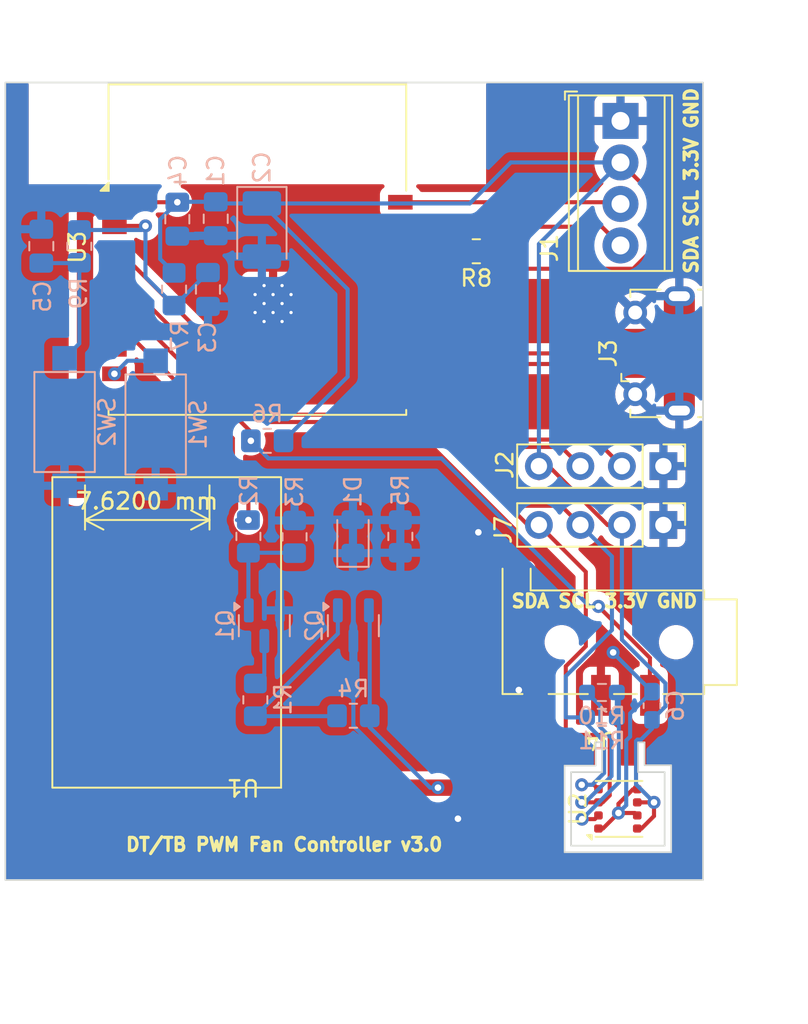
<source format=kicad_pcb>
(kicad_pcb (version 20240108) (generator "pcbnew") (generator_version "8.0")
  (layers (0 "F.Cu" signal) (31 "B.Cu" signal) (34 "B.Paste" user) (35 "F.Paste" user) (36 "B.SilkS" user "B.Silkscreen") (37 "F.SilkS" user "F.Silkscreen") (38 "B.Mask" user) (39 "F.Mask" user) (44 "Edge.Cuts" user))
  (net 0 "")
  (net 1 "BME688_SCL")
  (net 2 "GND")
  (net 3 "+10V")
  (net 4 "+3V3")
  (net 5 "EN")
  (net 6 "GPIO_PWM")
  (net 9 "Net-(C5-Pad1)")
  (net 10 "Net-(J2-Pin_3)")
  (net 11 "Tacho")
  (net 12 "Net-(J2-Pin_2)")
  (net 14 "GPIO18")
  (net 15 "GPIO19")
  (net 16 "Net-(Q1-B)")
  (net 17 "Net-(Q1-C)")
  (net 18 "Net-(Q2-G)")
  (net 19 "Net-(J1-Pin_3)")
  (net 20 "Net-(J1-Pin_4)")
  (net 21 "BME688_SDA")
  (net 22 "Net-(U2-CSB)")
  (net 23 "+5V")
  (net 24 "Net-(U3-IO2)")
  (net 25 "Net-(U3-IO9)")
  (footprint "TerminalBlock_Phoenix:TerminalBlock_Phoenix_MPT-0,5-4-2.54_1x04_P2.54mm_Horizontal" (layer "F.Cu") (at 110.675 48.35 -90)
    (property "Reference" "J1" (at 7.78 4.35 90) (layer "F.SilkS"))
    (property "Value" "Screw_Terminal_01x04")
    (pad "1" thru_hole rect (at 0 0 270) (size 2.2 2.2) (drill 1.1) (layers "*.Cu" "*.Mask") (net 2 "GND"))
    (pad "2" thru_hole circle (at 2.54 0 270) (size 2.2 2.2) (drill 1.1) (layers "*.Cu" "*.Mask") (net 4 "+3V3"))
    (pad "3" thru_hole circle (at 5.08 0 270) (size 2.2 2.2) (drill 1.1) (layers "*.Cu" "*.Mask") (net 19 "Net-(J1-Pin_3)"))
    (pad "4" thru_hole circle (at 7.62 0 270) (size 2.2 2.2) (drill 1.1) (layers "*.Cu" "*.Mask") (net 20 "Net-(J1-Pin_4)"))
  )
  (footprint "Connector_PinHeader_2.54mm:PinHeader_1x04_P2.54mm_Vertical" (layer "F.Cu") (at 113.3 73.075 -90)
    (property "Reference" "J7" (at 0.3 9.8 90) (layer "F.SilkS"))
    (property "Value" "Conn_01x04")
    (pad "1" thru_hole rect (at 0 0 270) (size 1.7 1.7) (drill 1) (layers "*.Cu" "*.Mask") (net 2 "GND"))
    (pad "2" thru_hole oval (at 0 2.54 270) (size 1.7 1.7) (drill 1) (layers "*.Cu" "*.Mask") (net 4 "+3V3"))
    (pad "3" thru_hole oval (at 0 5.08 270) (size 1.7 1.7) (drill 1) (layers "*.Cu" "*.Mask") (net 1 "BME688_SCL"))
    (pad "4" thru_hole oval (at 0 7.62 270) (size 1.7 1.7) (drill 1) (layers "*.Cu" "*.Mask") (net 21 "BME688_SDA"))
  )
  (footprint "Package_LGA:Bosch_LGA-8_3x3mm_P0.8mm_ClockwisePinNumbering" (layer "F.Cu") (at 110.5125 90.45 90)
    (property "Reference" "U2" (at 0 -2.45 90) (layer "F.SilkS"))
    (property "Value" "BME680")
    (pad "1" smd roundrect (at -1.2 -1.1875 90) (size 0.5 0.525) (layers "F.Cu" "F.Paste" "F.Mask") (net 2 "GND"))
    (pad "2" smd roundrect (at -0.4 -1.1875 90) (size 0.5 0.525) (layers "F.Cu" "F.Paste" "F.Mask") (net 22 "Net-(U2-CSB)"))
    (pad "3" smd roundrect (at 0.4 -1.1875 90) (size 0.5 0.525) (layers "F.Cu" "F.Paste" "F.Mask") (net 21 "BME688_SDA"))
    (pad "4" smd roundrect (at 1.2 -1.1875 90) (size 0.5 0.525) (layers "F.Cu" "F.Paste" "F.Mask") (net 1 "BME688_SCL"))
    (pad "5" smd roundrect (at 1.2 1.1875 90) (size 0.5 0.525) (layers "F.Cu" "F.Paste" "F.Mask") (net 2 "GND"))
    (pad "6" smd roundrect (at 0.4 1.1875 90) (size 0.5 0.525) (layers "F.Cu" "F.Paste" "F.Mask") (net 4 "+3V3"))
    (pad "7" smd roundrect (at -0.4 1.1875 90) (size 0.5 0.525) (layers "F.Cu" "F.Paste" "F.Mask") (net 2 "GND"))
    (pad "8" smd roundrect (at -1.2 1.1875 90) (size 0.5 0.525) (layers "F.Cu" "F.Paste" "F.Mask") (net 4 "+3V3"))
  )
  (footprint "Connector_Audio:Jack_3.5mm_KoreanHropartsElec_PJ-320D-4A_Horizontal" (layer "F.Cu") (at 109.325 80.25 180)
    (property "Reference" "J4" (at 0 -6 180) (layer "F.SilkS"))
    (property "Value" "AudioJack4")
    (pad "" np_thru_hole circle (at -4.75 0 180) (size 1.6 1.6) (drill 1.6) (layers "F&B.Cu" "*.Mask"))
    (pad "" np_thru_hole circle (at 2.25 0 180) (size 1.6 1.6) (drill 1.6) (layers "F&B.Cu" "*.Mask"))
    (pad "R1" smd rect (at -0.15 -3.25 180) (size 1.2 2.5) (layers "F.Cu" "F.Paste" "F.Mask") (net 2 "GND"))
    (pad "R2" smd rect (at -3.15 -3.25 180) (size 1.2 2.5) (layers "F.Cu" "F.Paste" "F.Mask") (net 11 "Tacho"))
    (pad "S" smd rect (at 4.95 3.25 180) (size 1.2 2.5) (layers "F.Cu" "F.Paste" "F.Mask") (net 2 "GND"))
    (pad "T" smd rect (at 3.85 -3.25 180) (size 1.2 2.5) (layers "F.Cu" "F.Paste" "F.Mask") (net 3 "+10V"))
  )
  (footprint "A_LOCAL_LIBS:Buck-Boost-Converter-Board-3.3V" (layer "F.Cu") (at 89.9 89.15 180)
    (property "Reference" "U1" (at 2.325 0 180) (layer "F.SilkS"))
    (property "Value" "~")
    (pad "1" smd roundrect (at 1.75 0 180) (size 2 2.54) (layers "F.Cu" "F.Paste" "F.Mask") (net 3 "+10V"))
    (pad "2" smd roundrect (at 4.38 0 180) (size 2 2.54) (layers "F.Cu" "F.Paste" "F.Mask") (net 3 "+10V"))
    (pad "3" smd roundrect (at 12 0 180) (size 2 2.54) (layers "F.Cu" "F.Paste" "F.Mask") (net 2 "GND"))
    (pad "4" smd roundrect (at 4.38 19 180) (size 2 2.54) (layers "F.Cu" "F.Paste" "F.Mask") (net 2 "GND"))
    (pad "5" smd roundrect (at 12 19 180) (size 2 2.54) (layers "F.Cu" "F.Paste" "F.Mask") (net 4 "+3V3"))
  )
  (footprint "Connector_USB:USB_Micro-B_Molex-105017-0001" (layer "F.Cu") (at 113.0375 62.575 90)
    (property "Reference" "J3" (at 0 -3.1125 90) (layer "F.SilkS"))
    (property "Value" "USB_OTG")
    (pad "1" smd rect (at -1.3 -1.4625 90) (size 0.4 1.35) (layers "F.Cu" "F.Paste" "F.Mask") (net 23 "+5V"))
    (pad "2" smd rect (at -0.65 -1.4625 90) (size 0.4 1.35) (layers "F.Cu" "F.Paste" "F.Mask") (net 14 "GPIO18"))
    (pad "3" smd rect (at 0 -1.4625 90) (size 0.4 1.35) (layers "F.Cu" "F.Paste" "F.Mask") (net 15 "GPIO19"))
    (pad "4" smd rect (at 0.65 -1.4625 90) (size 0.4 1.35) (layers "F.Cu" "F.Paste" "F.Mask"))
    (pad "5" smd rect (at 1.3 -1.4625 90) (size 0.4 1.35) (layers "F.Cu" "F.Paste" "F.Mask") (net 2 "GND"))
    (pad "6" thru_hole oval (at -3.5 1.2375 270) (size 1.2 1.9) (drill oval 0.6 1.3) (layers "*.Cu" "*.Mask") (net 2 "GND"))
    (pad "6" smd rect (at -2.9 1.2375 90) (size 1.2 1.9) (layers "F.Cu" "F.Mask") (net 2 "GND"))
    (pad "6" thru_hole circle (at -2.5 -1.4625 90) (size 1.45 1.45) (drill 0.85) (layers "*.Cu" "*.Mask") (net 2 "GND"))
    (pad "6" smd rect (at -1 1.2375 90) (size 1.5 1.9) (layers "F.Cu" "F.Paste" "F.Mask") (net 2 "GND"))
    (pad "6" smd rect (at 1 1.2375 90) (size 1.5 1.9) (layers "F.Cu" "F.Paste" "F.Mask") (net 2 "GND"))
    (pad "6" thru_hole circle (at 2.5 -1.4625 90) (size 1.45 1.45) (drill 0.85) (layers "*.Cu" "*.Mask") (net 2 "GND"))
    (pad "6" smd rect (at 2.9 1.2375 90) (size 1.2 1.9) (layers "F.Cu" "F.Mask") (net 2 "GND"))
    (pad "6" thru_hole oval (at 3.5 1.2375 90) (size 1.2 1.9) (drill oval 0.6 1.3) (layers "*.Cu" "*.Mask") (net 2 "GND"))
  )
  (footprint "RF_Module:ESP32-C3-WROOM-02" (layer "F.Cu") (at 88.45 59.325)
    (property "Reference" "U3" (at -11.025 -3.245 90) (layer "F.SilkS"))
    (property "Value" "ESP32-C3-WROOM-02")
    (pad "1" smd rect (at -8.75 -6) (size 1.5 0.9) (layers "F.Cu" "F.Paste" "F.Mask") (net 4 "+3V3"))
    (pad "2" smd rect (at -8.75 -4.5) (size 1.5 0.9) (layers "F.Cu" "F.Paste" "F.Mask") (net 5 "EN"))
    (pad "3" smd rect (at -8.75 -3) (size 1.5 0.9) (layers "F.Cu" "F.Paste" "F.Mask") (net 1 "BME688_SCL"))
    (pad "4" smd rect (at -8.75 -1.5) (size 1.5 0.9) (layers "F.Cu" "F.Paste" "F.Mask") (net 21 "BME688_SDA"))
    (pad "5" smd rect (at -8.75 0) (size 1.5 0.9) (layers "F.Cu" "F.Paste" "F.Mask") (net 11 "Tacho"))
    (pad "6" smd rect (at -8.75 1.5) (size 1.5 0.9) (layers "F.Cu" "F.Paste" "F.Mask") (net 6 "GPIO_PWM"))
    (pad "7" smd rect (at -8.75 3) (size 1.5 0.9) (layers "F.Cu" "F.Paste" "F.Mask"))
    (pad "8" smd rect (at -8.75 4.5) (size 1.5 0.9) (layers "F.Cu" "F.Paste" "F.Mask") (net 25 "Net-(U3-IO9)"))
    (pad "9" smd rect (at -8.75 6) (size 1.5 0.9) (layers "F.Cu" "F.Paste" "F.Mask") (net 2 "GND"))
    (pad "10" smd rect (at 8.75 6) (size 1.5 0.9) (layers "F.Cu" "F.Paste" "F.Mask"))
    (pad "11" smd rect (at 8.75 4.5) (size 1.5 0.9) (layers "F.Cu" "F.Paste" "F.Mask") (net 10 "Net-(J2-Pin_3)"))
    (pad "12" smd rect (at 8.75 3) (size 1.5 0.9) (layers "F.Cu" "F.Paste" "F.Mask") (net 12 "Net-(J2-Pin_2)"))
    (pad "13" smd rect (at 8.75 1.5) (size 1.5 0.9) (layers "F.Cu" "F.Paste" "F.Mask") (net 14 "GPIO18"))
    (pad "14" smd rect (at 8.75 0) (size 1.5 0.9) (layers "F.Cu" "F.Paste" "F.Mask") (net 15 "GPIO19"))
    (pad "15" smd rect (at 8.75 -1.5) (size 1.5 0.9) (layers "F.Cu" "F.Paste" "F.Mask"))
    (pad "16" smd rect (at 8.75 -3) (size 1.5 0.9) (layers "F.Cu" "F.Paste" "F.Mask") (net 24 "Net-(U3-IO2)"))
    (pad "17" smd rect (at 8.75 -4.5) (size 1.5 0.9) (layers "F.Cu" "F.Paste" "F.Mask") (net 20 "Net-(J1-Pin_4)"))
    (pad "18" smd rect (at 8.75 -6) (size 1.5 0.9) (layers "F.Cu" "F.Paste" "F.Mask") (net 19 "Net-(J1-Pin_3)"))
    (pad "19" thru_hole circle (at -0.14 -0.35) (size 0.6 0.6) (drill 0.2) (property pad_prop_heatsink) (layers "*.Cu" "F.Mask") (net 2 "GND"))
    (pad "19" thru_hole circle (at -0.14 0.75) (size 0.6 0.6) (drill 0.2) (property pad_prop_heatsink) (layers "*.Cu" "F.Mask") (net 2 "GND"))
    (pad "19" thru_hole circle (at 0.41 -0.9) (size 0.6 0.6) (drill 0.2) (property pad_prop_heatsink) (layers "*.Cu" "F.Mask") (net 2 "GND"))
    (pad "19" thru_hole circle (at 0.41 0.2) (size 0.6 0.6) (drill 0.2) (property pad_prop_heatsink) (layers "*.Cu" "F.Mask") (net 2 "GND"))
    (pad "19" thru_hole circle (at 0.41 1.3) (size 0.6 0.6) (drill 0.2) (property pad_prop_heatsink) (layers "*.Cu" "F.Mask") (net 2 "GND"))
    (pad "19" thru_hole circle (at 0.96 -0.35) (size 0.6 0.6) (drill 0.2) (property pad_prop_heatsink) (layers "*.Cu" "F.Mask") (net 2 "GND"))
    (pad "19" smd rect (at 0.96 0.2) (size 2.9 2.9) (layers "F.Cu" "F.Mask") (net 2 "GND"))
    (pad "19" thru_hole circle (at 0.96 0.75) (size 0.6 0.6) (drill 0.2) (property pad_prop_heatsink) (layers "*.Cu" "F.Mask") (net 2 "GND"))
    (pad "19" thru_hole circle (at 1.51 -0.9) (size 0.6 0.6) (drill 0.2) (property pad_prop_heatsink) (layers "*.Cu" "F.Mask") (net 2 "GND"))
    (pad "19" thru_hole circle (at 1.51 0.2) (size 0.6 0.6) (drill 0.2) (property pad_prop_heatsink) (layers "*.Cu" "F.Mask") (net 2 "GND"))
    (pad "19" thru_hole circle (at 1.51 1.3) (size 0.6 0.6) (drill 0.2) (property pad_prop_heatsink) (layers "*.Cu" "F.Mask") (net 2 "GND"))
    (pad "19" thru_hole circle (at 2.06 -0.35) (size 0.6 0.6) (drill 0.2) (property pad_prop_heatsink) (layers "*.Cu" "F.Mask") (net 2 "GND"))
    (pad "19" thru_hole circle (at 2.06 0.75) (size 0.6 0.6) (drill 0.2) (property pad_prop_heatsink) (layers "*.Cu" "F.Mask") (net 2 "GND"))
    (zone (net 0) (net_name "") (layers "F&B.Cu") (connect_pads (clearance 0)) (min_thickness 0.254)
      (keepout (tracks not_allowed) (vias not_allowed) (pads not_allowed) (copperpour not_allowed) (footprints not_allowed))
      (fill (thermal_gap 0.508) (thermal_bridge_width 0.508))
      (polygon (pts (xy 74.45 52.225) (xy 102.45 52.225) (xy 102.45 41.225) (xy 74.45 41.225)))
    )
  )
  (footprint "Connector_PinHeader_2.54mm:PinHeader_1x04_P2.54mm_Vertical" (layer "F.Cu") (at 113.3 69.475 -90)
    (property "Reference" "J2" (at -0.075 9.7 90) (layer "F.SilkS"))
    (property "Value" "Conn_01x04")
    (pad "1" thru_hole rect (at 0 0 270) (size 1.7 1.7) (drill 1) (layers "*.Cu" "*.Mask") (net 2 "GND"))
    (pad "2" thru_hole oval (at 0 2.54 270) (size 1.7 1.7) (drill 1) (layers "*.Cu" "*.Mask") (net 12 "Net-(J2-Pin_2)"))
    (pad "3" thru_hole oval (at 0 5.08 270) (size 1.7 1.7) (drill 1) (layers "*.Cu" "*.Mask") (net 10 "Net-(J2-Pin_3)"))
    (pad "4" thru_hole oval (at 0 7.62 270) (size 1.7 1.7) (drill 1) (layers "*.Cu" "*.Mask") (net 4 "+3V3"))
  )
  (footprint "Resistor_SMD:R_0805_2012Metric_Pad1.20x1.40mm_HandSolder" (layer "F.Cu") (at 101.85 56.325 180)
    (property "Reference" "R8" (at 0 -1.65 0) (layer "F.SilkS"))
    (property "Value" "10K")
    (pad "1" smd roundrect (at -1 0 180) (size 1.2 1.4) (layers "F.Cu" "F.Paste" "F.Mask") (roundrect_rratio 0.208333) (net 4 "+3V3"))
    (pad "2" smd roundrect (at 1 0 180) (size 1.2 1.4) (layers "F.Cu" "F.Paste" "F.Mask") (roundrect_rratio 0.208333) (net 24 "Net-(U3-IO2)"))
  )
  (footprint "Resistor_SMD:R_0805_2012Metric_Pad1.20x1.40mm_HandSolder" (layer "B.Cu") (at 83.35 58.65 -90)
    (property "Reference" "R7" (at 2.85 -0.35 90) (layer "B.SilkS") (effects (justify mirror)))
    (property "Value" "10K")
    (pad "1" smd roundrect (at -1 0 270) (size 1.2 1.4) (layers "B.Cu" "B.Paste" "B.Mask") (roundrect_rratio 0.208333) (net 4 "+3V3"))
    (pad "2" smd roundrect (at 1 0 270) (size 1.2 1.4) (layers "B.Cu" "B.Paste" "B.Mask") (roundrect_rratio 0.208333) (net 5 "EN"))
  )
  (footprint "Package_TO_SOT_SMD:SOT-23" (layer "B.Cu") (at 94.325 79.2375 -90)
    (property "Reference" "Q2" (at 0 2.4 90) (layer "B.SilkS") (effects (justify mirror)))
    (property "Value" "BSS84")
    (pad "1" smd roundrect (at -0.9375 0.95 270) (size 1.475 0.6) (layers "B.Cu" "B.Paste" "B.Mask") (net 18 "Net-(Q2-G)"))
    (pad "2" smd roundrect (at -0.9375 -0.95 270) (size 1.475 0.6) (layers "B.Cu" "B.Paste" "B.Mask") (net 3 "+10V"))
    (pad "3" smd roundrect (at 0.9375 0 270) (size 1.475 0.6) (layers "B.Cu" "B.Paste" "B.Mask") (net 2 "GND"))
  )
  (footprint "Resistor_SMD:R_0805_2012Metric_Pad1.20x1.40mm_HandSolder" (layer "B.Cu") (at 77.55 56.025 -90)
    (property "Reference" "R9" (at 2.875 0.05 90) (layer "B.SilkS") (effects (justify mirror)))
    (property "Value" "1K")
    (pad "1" smd roundrect (at -1 0 270) (size 1.2 1.4) (layers "B.Cu" "B.Paste" "B.Mask") (roundrect_rratio 0.208333) (net 5 "EN"))
    (pad "2" smd roundrect (at 1 0 270) (size 1.2 1.4) (layers "B.Cu" "B.Paste" "B.Mask") (roundrect_rratio 0.208333) (net 9 "Net-(C5-Pad1)"))
  )
  (footprint "Capacitor_Tantalum_SMD:CP_EIA-3528-12_Kemet-T_Pad1.50x2.35mm_HandSolder" (layer "B.Cu") (at 88.725 55.025 -90)
    (property "Reference" "C2" (at -3.825 0 90) (layer "B.SilkS") (effects (justify mirror)))
    (property "Value" "100uF")
    (pad "1" smd roundrect (at -1.625 0 270) (size 1.5 2.35) (layers "B.Cu" "B.Paste" "B.Mask") (roundrect_rratio 0.166667) (net 4 "+3V3"))
    (pad "2" smd roundrect (at 1.625 0 270) (size 1.5 2.35) (layers "B.Cu" "B.Paste" "B.Mask") (roundrect_rratio 0.166667) (net 2 "GND"))
  )
  (footprint "Resistor_SMD:R_0805_2012Metric_Pad1.20x1.40mm_HandSolder" (layer "B.Cu") (at 97.2 73.775 90)
    (property "Reference" "R5" (at 2.825 0 90) (layer "B.SilkS") (effects (justify mirror)))
    (property "Value" "10K")
    (pad "1" smd roundrect (at -1 0 90) (size 1.2 1.4) (layers "B.Cu" "B.Paste" "B.Mask") (roundrect_rratio 0.2083333333) (net 2 "GND"))
    (pad "2" smd roundrect (at 1 0 90) (size 1.2 1.4) (layers "B.Cu" "B.Paste" "B.Mask") (roundrect_rratio 0.2083333333) (net 2 "GND"))
  )
  (footprint "Capacitor_SMD:C_0805_2012Metric_Pad1.18x1.45mm_HandSolder" (layer "B.Cu") (at 75.225 56.0125 90)
    (property "Reference" "C5" (at -3.0875 0.075 90) (layer "B.SilkS") (effects (justify mirror)))
    (property "Value" "0.1uF")
    (pad "1" smd roundrect (at -1.0375 0 90) (size 1.175 1.45) (layers "B.Cu" "B.Paste" "B.Mask") (roundrect_rratio 0.212766) (net 9 "Net-(C5-Pad1)"))
    (pad "2" smd roundrect (at 1.0375 0 90) (size 1.175 1.45) (layers "B.Cu" "B.Paste" "B.Mask") (roundrect_rratio 0.212766) (net 2 "GND"))
  )
  (footprint "Capacitor_SMD:C_0805_2012Metric_Pad1.18x1.45mm_HandSolder" (layer "B.Cu") (at 85.425 58.6625 -90)
    (property "Reference" "C3" (at 2.9375 0.025 90) (layer "B.SilkS") (effects (justify mirror)))
    (property "Value" "1uF")
    (pad "1" smd roundrect (at -1.0375 0 270) (size 1.175 1.45) (layers "B.Cu" "B.Paste" "B.Mask") (roundrect_rratio 0.212766) (net 5 "EN"))
    (pad "2" smd roundrect (at 1.0375 0 270) (size 1.175 1.45) (layers "B.Cu" "B.Paste" "B.Mask") (roundrect_rratio 0.212766) (net 2 "GND"))
  )
  (footprint "Resistor_SMD:R_0805_2012Metric_Pad1.20x1.40mm_HandSolder" (layer "B.Cu") (at 87.9 73.775 -90)
    (property "Reference" "R2" (at -2.8 -0.025 90) (layer "B.SilkS") (effects (justify mirror)))
    (property "Value" "2.2k")
    (pad "1" smd roundrect (at -1 0 270) (size 1.2 1.4) (layers "B.Cu" "B.Paste" "B.Mask") (roundrect_rratio 0.2083333333) (net 6 "GPIO_PWM"))
    (pad "2" smd roundrect (at 1 0 270) (size 1.2 1.4) (layers "B.Cu" "B.Paste" "B.Mask") (roundrect_rratio 0.2083333333) (net 16 "Net-(Q1-B)"))
  )
  (footprint "Resistor_SMD:R_0805_2012Metric_Pad1.20x1.40mm_HandSolder" (layer "B.Cu") (at 88.325 83.775 90)
    (property "Reference" "R1" (at 0.035 1.695 90) (layer "B.SilkS") (effects (justify mirror)))
    (property "Value" "10K")
    (pad "1" smd roundrect (at -1 0 90) (size 1.2 1.4) (layers "B.Cu" "B.Paste" "B.Mask") (roundrect_rratio 0.2083333333) (net 18 "Net-(Q2-G)"))
    (pad "2" smd roundrect (at 1 0 90) (size 1.2 1.4) (layers "B.Cu" "B.Paste" "B.Mask") (roundrect_rratio 0.2083333333) (net 17 "Net-(Q1-C)"))
  )
  (footprint "Resistor_SMD:R_0603_1608Metric_Pad0.98x0.95mm_HandSolder" (layer "B.Cu") (at 109.5375 84.85)
    (property "Reference" "R11" (at 0 1.43 0) (layer "B.SilkS") (effects (justify mirror)))
    (property "Value" "4.7k")
    (pad "1" smd roundrect (at -0.9125 0) (size 0.975 0.95) (layers "B.Cu" "B.Paste" "B.Mask") (net 1 "BME688_SCL"))
    (pad "2" smd roundrect (at 0.9125 0) (size 0.975 0.95) (layers "B.Cu" "B.Paste" "B.Mask") (net 22 "Net-(U2-CSB)"))
  )
  (footprint "Package_TO_SOT_SMD:SOT-23" (layer "B.Cu") (at 88.875 79.2375 -90)
    (property "Reference" "Q1" (at 0 2.4 90) (layer "B.SilkS") (effects (justify mirror)))
    (property "Value" "MMBT3904")
    (pad "1" smd roundrect (at -0.9375 0.95 270) (size 1.475 0.6) (layers "B.Cu" "B.Paste" "B.Mask") (net 16 "Net-(Q1-B)"))
    (pad "2" smd roundrect (at -0.9375 -0.95 270) (size 1.475 0.6) (layers "B.Cu" "B.Paste" "B.Mask") (net 2 "GND"))
    (pad "3" smd roundrect (at 0.9375 0 270) (size 1.475 0.6) (layers "B.Cu" "B.Paste" "B.Mask") (net 17 "Net-(Q1-C)"))
  )
  (footprint "Capacitor_SMD:C_0805_2012Metric_Pad1.18x1.45mm_HandSolder" (layer "B.Cu") (at 85.9 54.3375 -90)
    (property "Reference" "C1" (at -2.9375 0 90) (layer "B.SilkS") (effects (justify mirror)))
    (property "Value" "10uF")
    (pad "1" smd roundrect (at -1.0375 0 270) (size 1.175 1.45) (layers "B.Cu" "B.Paste" "B.Mask") (roundrect_rratio 0.212766) (net 4 "+3V3"))
    (pad "2" smd roundrect (at 1.0375 0 270) (size 1.175 1.45) (layers "B.Cu" "B.Paste" "B.Mask") (roundrect_rratio 0.212766) (net 2 "GND"))
  )
  (footprint "Button_Switch_SMD:SW_SPST_CK_RS282G05A3" (layer "B.Cu") (at 76.65 66.775 90)
    (property "Reference" "SW2" (at 0 2.6 90) (layer "B.SilkS") (effects (justify mirror)))
    (property "Value" "SW_Push")
    (pad "1" smd rect (at -3.9 0 90) (size 1.5 1.5) (layers "B.Cu" "B.Paste" "B.Mask") (net 2 "GND"))
    (pad "2" smd rect (at 3.9 0 90) (size 1.5 1.5) (layers "B.Cu" "B.Paste" "B.Mask") (net 9 "Net-(C5-Pad1)"))
  )
  (footprint "Resistor_SMD:R_0603_1608Metric_Pad0.98x0.95mm_HandSolder" (layer "B.Cu") (at 109.5375 83.325)
    (property "Reference" "R10" (at 0 1.43 0) (layer "B.SilkS") (effects (justify mirror)))
    (property "Value" "4.7k")
    (pad "1" smd roundrect (at -0.9125 0) (size 0.975 0.95) (layers "B.Cu" "B.Paste" "B.Mask") (net 21 "BME688_SDA"))
    (pad "2" smd roundrect (at 0.9125 0) (size 0.975 0.95) (layers "B.Cu" "B.Paste" "B.Mask") (net 22 "Net-(U2-CSB)"))
  )
  (footprint "Capacitor_SMD:C_0805_2012Metric_Pad1.18x1.45mm_HandSolder" (layer "B.Cu") (at 83.55 54.3625 -90)
    (property "Reference" "C4" (at -2.9625 -0.05 90) (layer "B.SilkS") (effects (justify mirror)))
    (property "Value" "0.1uF")
    (pad "1" smd roundrect (at -1.0375 0 270) (size 1.175 1.45) (layers "B.Cu" "B.Paste" "B.Mask") (roundrect_rratio 0.212766) (net 4 "+3V3"))
    (pad "2" smd roundrect (at 1.0375 0 270) (size 1.175 1.45) (layers "B.Cu" "B.Paste" "B.Mask") (roundrect_rratio 0.212766) (net 2 "GND"))
  )
  (footprint "Resistor_SMD:R_0805_2012Metric_Pad1.20x1.40mm_HandSolder" (layer "B.Cu") (at 89.05 67.925 180)
    (property "Reference" "R6" (at 0 1.65 0) (layer "B.SilkS") (effects (justify mirror)))
    (property "Value" "10K")
    (pad "1" smd roundrect (at -1 0 180) (size 1.2 1.4) (layers "B.Cu" "B.Paste" "B.Mask") (roundrect_rratio 0.208333) (net 4 "+3V3"))
    (pad "2" smd roundrect (at 1 0 180) (size 1.2 1.4) (layers "B.Cu" "B.Paste" "B.Mask") (roundrect_rratio 0.208333) (net 11 "Tacho"))
  )
  (footprint "Resistor_SMD:R_0805_2012Metric_Pad1.20x1.40mm_HandSolder" (layer "B.Cu") (at 94.325 84.75 180)
    (property "Reference" "R4" (at 0 1.65 0) (layer "B.SilkS") (effects (justify mirror)))
    (property "Value" "3.3k")
    (pad "1" smd roundrect (at -1 0 180) (size 1.2 1.4) (layers "B.Cu" "B.Paste" "B.Mask") (roundrect_rratio 0.2083333333) (net 3 "+10V"))
    (pad "2" smd roundrect (at 1 0 180) (size 1.2 1.4) (layers "B.Cu" "B.Paste" "B.Mask") (roundrect_rratio 0.2083333333) (net 18 "Net-(Q2-G)"))
  )
  (footprint "Diode_SMD:D_0805_2012Metric_Pad1.15x1.40mm_HandSolder" (layer "B.Cu") (at 94.3 73.775 90)
    (property "Reference" "D1" (at 2.75 0 90) (layer "B.SilkS") (effects (justify mirror)))
    (property "Value" "D_Zener_Small")
    (pad "1" smd roundrect (at -1.025 0 90) (size 1.15 1.4) (layers "B.Cu" "B.Paste" "B.Mask") (roundrect_rratio 0.2173913043) (net 2 "GND"))
    (pad "2" smd roundrect (at 1.025 0 90) (size 1.15 1.4) (layers "B.Cu" "B.Paste" "B.Mask") (roundrect_rratio 0.2173913043) (net 2 "GND"))
  )
  (footprint "Resistor_SMD:R_0805_2012Metric_Pad1.20x1.40mm_HandSolder" (layer "B.Cu") (at 90.725 73.8 90)
    (property "Reference" "R3" (at 2.775 0 90) (layer "B.SilkS") (effects (justify mirror)))
    (property "Value" "10K")
    (pad "1" smd roundrect (at -1 0 90) (size 1.2 1.4) (layers "B.Cu" "B.Paste" "B.Mask") (roundrect_rratio 0.2083333333) (net 16 "Net-(Q1-B)"))
    (pad "2" smd roundrect (at 1 0 90) (size 1.2 1.4) (layers "B.Cu" "B.Paste" "B.Mask") (roundrect_rratio 0.2083333333) (net 2 "GND"))
  )
  (footprint "Button_Switch_SMD:SW_SPST_CK_RS282G05A3" (layer "B.Cu") (at 82.225 66.925 90)
    (property "Reference" "SW1" (at 0 2.6 -90) (layer "B.SilkS") (effects (justify mirror)))
    (property "Value" "SW_Push")
    (pad "1" smd rect (at -3.9 0 90) (size 1.5 1.5) (layers "B.Cu" "B.Paste" "B.Mask") (net 2 "GND"))
    (pad "2" smd rect (at 3.9 0 90) (size 1.5 1.5) (layers "B.Cu" "B.Paste" "B.Mask") (net 25 "Net-(U3-IO9)"))
  )
  (footprint "Capacitor_SMD:C_0603_1608Metric_Pad1.08x0.95mm_HandSolder" (layer "B.Cu") (at 112.6 84.1375 90)
    (property "Reference" "C6" (at 0 1.43 90) (layer "B.SilkS") (effects (justify mirror)))
    (property "Value" "0.1uF")
    (pad "1" smd roundrect (at -0.8625 0 90) (size 1.075 0.95) (layers "B.Cu" "B.Paste" "B.Mask") (net 4 "+3V3"))
    (pad "2" smd roundrect (at 0.8625 0 90) (size 1.075 0.95) (layers "B.Cu" "B.Paste" "B.Mask") (net 2 "GND"))
  )
  (gr_line (start 113.775 93.1) (end 113.775 87.775) (stroke (width 0.1)) (layer "Edge.Cuts"))
  (gr_line (start 109.55 86.375) (end 109.15 86.375) (stroke (width 0.1)) (layer "Edge.Cuts"))
  (gr_line (start 107.65 88.2) (end 109.55 88.2) (stroke (width 0.1)) (layer "Edge.Cuts"))
  (gr_line (start 109.15 87.8) (end 107.25 87.8) (stroke (width 0.1)) (layer "Edge.Cuts"))
  (gr_line (start 111.75 86.375) (end 111.75 88.2) (stroke (width 0.1)) (layer "Edge.Cuts"))
  (gr_line (start 113.375 88.2) (end 113.375 92.7) (stroke (width 0.1)) (layer "Edge.Cuts"))
  (gr_line (start 107.25 87.8) (end 107.25 93.1) (stroke (width 0.1)) (layer "Edge.Cuts"))
  (gr_line (start 113.775 87.775) (end 112.15 87.775) (stroke (width 0.1)) (layer "Edge.Cuts"))
  (gr_line (start 107.65 92.7) (end 113.375 92.7) (stroke (width 0.1)) (layer "Edge.Cuts"))
  (gr_line (start 107.25 93.1) (end 113.775 93.1) (stroke (width 0.1)) (layer "Edge.Cuts"))
  (gr_rect (start 73.025 46) (end 115.725 94.8) (stroke (width 0.1)) (fill none) (layer "Edge.Cuts"))
  (gr_line (start 112.15 87.775) (end 112.15 86.375) (stroke (width 0.1)) (layer "Edge.Cuts"))
  (gr_line (start 107.65 92.7) (end 107.65 88.2) (stroke (width 0.1)) (layer "Edge.Cuts"))
  (gr_line (start 111.75 88.2) (end 113.375 88.2) (stroke (width 0.1)) (layer "Edge.Cuts"))
  (gr_line (start 109.15 86.375) (end 109.15 87.8) (stroke (width 0.1)) (layer "Edge.Cuts"))
  (gr_line (start 112.15 86.375) (end 111.75 86.375) (stroke (width 0.1)) (layer "Edge.Cuts"))
  (gr_line (start 109.55 88.2) (end 109.55 86.375) (stroke (width 0.1)) (layer "Edge.Cuts"))
  (gr_text "DT/TB PWM Fan Controller v3.0" (at 80.3 93.1 0) (layer "F.SilkS") (effects (font (size 0.8 0.8) (thickness 0.2) (bold yes)) (justify left bottom)))
  (gr_text "SDA SCL 3.3V GND" (at 115.475 57.8 90) (layer "F.SilkS") (effects (font (size 0.8 0.8) (thickness 0.2) (bold yes)) (justify left bottom)))
  (gr_text "SDA SCL 3.3V GND" (at 103.9 78.2 0) (layer "F.SilkS") (effects (font (size 0.8 0.8) (thickness 0.2) (bold yes)) (justify left bottom)))
  (segment (start 108.3 88.975) (end 109.05 88.975) (width 0.25) (layer "F.Cu") (net 1))
  (segment (start 100.500888 67.939492) (end 100.506524 67.939492) (width 0.25) (layer "F.Cu") (net 1))
  (segment (start 109.05 88.975) (end 109.325 89.25) (width 0.25) (layer "F.Cu") (net 1))
  (segment (start 107.045 71.9) (end 108.22 73.075) (width 0.25) (layer "F.Cu") (net 1))
  (segment (start 80 56.325) (end 90 66.325) (width 0.25) (layer "F.Cu") (net 1))
  (segment (start 108.22 73.075) (end 108.55 73.405) (width 0.25) (layer "F.Cu") (net 1))
  (segment (start 90 66.325) (end 98.886396 66.325) (width 0.25) (layer "F.Cu") (net 1))
  (segment (start 100.506524 67.939492) (end 104.467032 71.9) (width 0.25) (layer "F.Cu") (net 1))
  (segment (start 104.467032 71.9) (end 107.045 71.9) (width 0.25) (layer "F.Cu") (net 1))
  (segment (start 98.886396 66.325) (end 100.500888 67.939492) (width 0.25) (layer "F.Cu") (net 1))
  (segment (start 79.7 56.325) (end 80 56.325) (width 0.25) (layer "F.Cu") (net 1))
  (via (at 108.3 88.975) (size 0.8) (drill 0.4) (layers "F.Cu" "B.Cu") (net 1))
  (segment (start 107.325 84.85) (end 108.625 84.85) (width 0.25) (layer "B.Cu") (net 1))
  (segment (start 110.15 79.5) (end 107.325 82.325) (width 0.25) (layer "B.Cu") (net 1))
  (segment (start 110.15 75.005) (end 110.15 79.5) (width 0.25) (layer "B.Cu") (net 1))
  (segment (start 107.325 82.325) (end 107.325 84.85) (width 0.25) (layer "B.Cu") (net 1))
  (segment (start 108.625 85.273223) (end 109.675 86.323223) (width 0.25) (layer "B.Cu") (net 1))
  (segment (start 108.22 73.075) (end 110.15 75.005) (width 0.25) (layer "B.Cu") (net 1))
  (segment (start 108.625 84.85) (end 108.625 85.273223) (width 0.25) (layer "B.Cu") (net 1))
  (segment (start 109.675 88.251777) (end 108.951777 88.975) (width 0.25) (layer "B.Cu") (net 1))
  (segment (start 108.951777 88.975) (end 108.3 88.975) (width 0.25) (layer "B.Cu") (net 1))
  (segment (start 109.675 86.323223) (end 109.675 88.251777) (width 0.25) (layer "B.Cu") (net 1))
  (segment (start 110.55 90.7) (end 111.55 90.7) (width 0.25) (layer "F.Cu") (net 2))
  (segment (start 110.55 90.7) (end 110.55 90.137501) (width 0.25) (layer "F.Cu") (net 2))
  (segment (start 110.225 80.875) (end 110.225 81.025) (width 0.25) (layer "F.Cu") (net 2))
  (segment (start 111.55 90.7) (end 111.7 90.85) (width 0.25) (layer "F.Cu") (net 2))
  (segment (start 109.475 81.775) (end 109.475 83.5) (width 0.25) (layer "F.Cu") (net 2))
  (segment (start 109.6 91.65) (end 109.325 91.65) (width 0.25) (layer "F.Cu") (net 2))
  (segment (start 110.225 81.025) (end 109.475 81.775) (width 0.25) (layer "F.Cu") (net 2))
  (segment (start 111.437501 89.25) (end 111.7 89.25) (width 0.25) (layer "F.Cu") (net 2))
  (segment (start 111.575 61.275) (end 109.425 61.275) (width 0.25) (layer "F.Cu") (net 2))
  (segment (start 110.55 90.7) (end 109.6 91.65) (width 0.25) (layer "F.Cu") (net 2))
  (segment (start 110.55 90.137501) (end 111.437501 89.25) (width 0.25) (layer "F.Cu") (net 2))
  (via (at 110.225 80.875) (size 0.8) (drill 0.4) (layers "F.Cu" "B.Cu") (net 2))
  (via (at 104.45 83.175) (size 0.8) (drill 0.4) (layers "F.Cu" "B.Cu") (net 2))
  (via (at 100.725 91.05) (size 0.8) (drill 0.4) (layers "F.Cu" "B.Cu") (net 2))
  (via (at 101.975 73.525) (size 0.8) (drill 0.4) (layers "F.Cu" "B.Cu") (net 2))
  (via (at 110.55 90.7) (size 0.8) (drill 0.4) (layers "F.Cu" "B.Cu") (net 2))
  (segment (start 94.325 80.175) (end 94.325 85.3701) (width 0.25) (layer "B.Cu") (net 2))
  (segment (start 112.6 83.275) (end 110.225 80.9) (width 0.25) (layer "B.Cu") (net 2))
  (segment (start 100.0049 91.05) (end 100.725 91.05) (width 0.25) (layer "B.Cu") (net 2))
  (segment (start 110.225 80.9) (end 110.225 80.875) (width 0.25) (layer "B.Cu") (net 2))
  (segment (start 94.325 80.175) (end 94.325 74.825) (width 0.25) (layer "B.Cu") (net 2))
  (segment (start 111.2625 86.024327) (end 111.025 86.261827) (width 0.25) (layer "B.Cu") (net 2))
  (segment (start 111.2625 84.6125) (end 111.2625 86.024327) (width 0.25) (layer "B.Cu") (net 2))
  (segment (start 94.325 85.3701) (end 100.0049 91.05) (width 0.25) (layer "B.Cu") (net 2))
  (segment (start 111.025 90.225) (end 110.55 90.7) (width 0.25) (layer "B.Cu") (net 2))
  (segment (start 112.6 83.275) (end 111.2625 84.6125) (width 0.25) (layer "B.Cu") (net 2))
  (segment (start 94.3 74.8) (end 97.175 74.8) (width 0.25) (layer "B.Cu") (net 2))
  (segment (start 111.025 86.261827) (end 111.025 90.225) (width 0.25) (layer "B.Cu") (net 2))
  (segment (start 94.325 74.825) (end 94.3 74.8) (width 0.25) (layer "B.Cu") (net 2))
  (segment (start 88.15 89.15) (end 105.025 89.15) (width 1) (layer "F.Cu") (net 3))
  (segment (start 105.55 88.625) (end 105.55 83.5) (width 1) (layer "F.Cu") (net 3))
  (segment (start 105.025 89.15) (end 105.55 88.625) (width 1) (layer "F.Cu") (net 3))
  (segment (start 85.52 89.15) (end 88.15 89.15) (width 1) (layer "F.Cu") (net 3))
  (via (at 99.5 89.15) (size 0.8) (drill 0.4) (layers "F.Cu" "B.Cu") (net 3))
  (segment (start 95.325 85.45) (end 99.025 89.15) (width 0.25) (layer "B.Cu") (net 3))
  (segment (start 99.025 89.15) (end 99.5 89.15) (width 0.25) (layer "B.Cu") (net 3))
  (segment (start 95.325 84.75) (end 95.325 85.45) (width 0.25) (layer "B.Cu") (net 3))
  (segment (start 95.325 84.75) (end 95.325 78.35) (width 0.25) (layer "B.Cu") (net 3))
  (segment (start 95.325 78.35) (end 95.275 78.3) (width 0.25) (layer "B.Cu") (net 3))
  (segment (start 112.625 56.225) (end 112.625 52.84) (width 0.25) (layer "F.Cu") (net 4))
  (segment (start 109.881701 73.075) (end 110.76 73.075) (width 0.25) (layer "F.Cu") (net 4))
  (segment (start 103.92 57.395) (end 111.455 57.395) (width 0.25) (layer "F.Cu") (net 4))
  (segment (start 77.9 54.025) (end 78.6 53.325) (width 1) (layer "F.Cu") (net 4))
  (segment (start 83.55 53.325) (end 79.7 53.325) (width 0.25) (layer "F.Cu") (net 4))
  (segment (start 111.962499 91.65) (end 112.725 90.887499) (width 0.25) (layer "F.Cu") (net 4))
  (segment (start 106.281701 69.475) (end 109.881701 73.075) (width 0.25) (layer "F.Cu") (net 4))
  (segment (start 111.7 91.65) (end 111.962499 91.65) (width 0.25) (layer "F.Cu") (net 4))
  (segment (start 105.68 70.22) (end 105.68 69.475) (width 0.25) (layer "F.Cu") (net 4))
  (segment (start 79.35 53.325) (end 79.7 53.325) (width 0.25) (layer "F.Cu") (net 4))
  (segment (start 105.68 69.475) (end 106.281701 69.475) (width 0.25) (layer "F.Cu") (net 4))
  (segment (start 111.455 57.395) (end 112.625 56.225) (width 0.25) (layer "F.Cu") (net 4))
  (segment (start 112.725 90.887499) (end 112.725 90.05) (width 0.25) (layer "F.Cu") (net 4))
  (segment (start 78.6 53.325) (end 79.7 53.325) (width 1) (layer "F.Cu") (net 4))
  (segment (start 112.625 52.84) (end 110.675 50.89) (width 0.25) (layer "F.Cu") (net 4))
  (segment (start 102.85 56.325) (end 103.92 57.395) (width 0.25) (layer "F.Cu") (net 4))
  (segment (start 77.9 70.15) (end 77.9 54.025) (width 1) (layer "F.Cu") (net 4))
  (segment (start 112.725 90.05) (end 111.7 90.05) (width 0.25) (layer "F.Cu") (net 4))
  (via (at 83.55 53.325) (size 0.8) (drill 0.4) (layers "F.Cu" "B.Cu") (net 4))
  (via (at 112.725 90.05) (size 0.8) (drill 0.4) (layers "F.Cu" "B.Cu") (net 4))
  (segment (start 105.68 69.475) (end 105.68 55.885) (width 0.25) (layer "B.Cu") (net 4))
  (segment (start 112.6 85) (end 112.6 85.5375) (width 0.25) (layer "B.Cu") (net 4))
  (segment (start 113.425 84.175) (end 112.6 85) (width 0.25) (layer "B.Cu") (net 4))
  (segment (start 83.35 57.65) (end 82.5 56.8) (width 0.25) (layer "B.Cu") (net 4))
  (segment (start 111.7125 86.210723) (end 111.625 86.298223) (width 0.25) (layer "B.Cu") (net 4))
  (segment (start 111.625 86.298223) (end 111.625 88.95) (width 0.25) (layer "B.Cu") (net 4))
  (segment (start 93.975 64) (end 93.975 58.65) (width 0.25) (layer "B.Cu") (net 4))
  (segment (start 82.5 54.375) (end 83.55 53.325) (width 0.25) (layer "B.Cu") (net 4))
  (segment (start 101.451778 53.4) (end 103.961778 50.89) (width 0.25) (layer "B.Cu") (net 4))
  (segment (start 105.68 55.885) (end 110.675 50.89) (width 0.25) (layer "B.Cu") (net 4))
  (segment (start 88.725 53.4) (end 101.451778 53.4) (width 0.25) (layer "B.Cu") (net 4))
  (segment (start 103.961778 50.89) (end 110.675 50.89) (width 0.25) (layer "B.Cu") (net 4))
  (segment (start 111.926777 86.210723) (end 111.7125 86.210723) (width 0.25) (layer "B.Cu") (net 4))
  (segment (start 110.76 80.095424) (end 113.425 82.760424) (width 0.25) (layer "B.Cu") (net 4))
  (segment (start 110.76 73.075) (end 110.76 80.095424) (width 0.25) (layer "B.Cu") (net 4))
  (segment (start 85.9 53.3) (end 83.575 53.3) (width 0.25) (layer "B.Cu") (net 4))
  (segment (start 86 53.4) (end 85.9 53.3) (width 0.25) (layer "B.Cu") (net 4))
  (segment (start 112.6 85.5375) (end 111.926777 86.210723) (width 0.25) (layer "B.Cu") (net 4))
  (segment (start 88.725 53.4) (end 86 53.4) (width 0.25) (layer "B.Cu") (net 4))
  (segment (start 82.5 56.8) (end 82.5 54.375) (width 0.25) (layer "B.Cu") (net 4))
  (segment (start 90.05 67.925) (end 93.975 64) (width 0.25) (layer "B.Cu") (net 4))
  (segment (start 111.625 88.95) (end 112.725 90.05) (width 0.25) (layer "B.Cu") (net 4))
  (segment (start 113.425 82.760424) (end 113.425 84.175) (width 0.25) (layer "B.Cu") (net 4))
  (segment (start 83.575 53.3) (end 83.55 53.325) (width 0.25) (layer "B.Cu") (net 4))
  (segment (start 93.975 58.65) (end 88.725 53.4) (width 0.25) (layer "B.Cu") (net 4))
  (segment (start 81.6 54.775) (end 79.75 54.775) (width 0.25) (layer "F.Cu") (net 5))
  (segment (start 79.75 54.775) (end 79.7 54.825) (width 0.25) (layer "F.Cu") (net 5))
  (via (at 81.6 54.775) (size 0.8) (drill 0.4) (layers "F.Cu" "B.Cu") (net 5))
  (segment (start 77.55 55.025) (end 81.35 55.025) (width 0.25) (layer "B.Cu") (net 5))
  (segment (start 81.6 57.9) (end 81.6 54.775) (width 0.25) (layer "B.Cu") (net 5))
  (segment (start 81.35 55.025) (end 81.6 54.775) (width 0.25) (layer "B.Cu") (net 5))
  (segment (start 83.35 59.65) (end 81.6 57.9) (width 0.25) (layer "B.Cu") (net 5))
  (segment (start 83.35 59.65) (end 83.4 59.65) (width 0.25) (layer "B.Cu") (net 5))
  (segment (start 83.4 59.65) (end 85.425 57.625) (width 0.25) (layer "B.Cu") (net 5))
  (segment (start 86.95 69.925) (end 87.9 70.875) (width 0.25) (layer "F.Cu") (net 6))
  (segment (start 86.95 67.775) (end 86.95 69.925) (width 0.25) (layer "F.Cu") (net 6))
  (segment (start 80 60.825) (end 86.95 67.775) (width 0.25) (layer "F.Cu") (net 6))
  (segment (start 79.7 60.825) (end 80 60.825) (width 0.25) (layer "F.Cu") (net 6))
  (segment (start 87.9 70.875) (end 87.9 72.775) (width 0.25) (layer "F.Cu") (net 6))
  (via (at 87.9 72.775) (size 0.8) (drill 0.4) (layers "F.Cu" "B.Cu") (net 6))
  (segment (start 87.2 72.775) (end 87.9 72.775) (width 0.25) (layer "B.Cu") (net 6))
  (segment (start 75.225 57.05) (end 77.525 57.05) (width 0.25) (layer "B.Cu") (net 9))
  (segment (start 77.55 61.975) (end 76.65 62.875) (width 0.25) (layer "B.Cu") (net 9))
  (segment (start 77.55 57.025) (end 77.55 61.975) (width 0.25) (layer "B.Cu") (net 9))
  (segment (start 77.525 57.05) (end 77.55 57.025) (width 0.25) (layer "B.Cu") (net 9))
  (segment (start 101.975 68.3) (end 107.045 68.3) (width 0.25) (layer "F.Cu") (net 10))
  (segment (start 107.045 68.3) (end 108.22 69.475) (width 0.25) (layer "F.Cu") (net 10))
  (segment (start 97.2 63.825) (end 97.5 63.825) (width 0.25) (layer "F.Cu") (net 10))
  (segment (start 97.5 63.825) (end 101.975 68.3) (width 0.25) (layer "F.Cu") (net 10))
  (segment (start 112.475 83.5) (end 112.475 81.208969) (width 0.25) (layer "F.Cu") (net 11))
  (segment (start 112.475 81.208969) (end 109.325 78.058969) (width 0.25) (layer "F.Cu") (net 11))
  (segment (start 79.7 59.325) (end 80 59.325) (width 0.25) (layer "F.Cu") (net 11))
  (segment (start 80 59.325) (end 88.05 67.375) (width 0.25) (layer "F.Cu") (net 11))
  (segment (start 88.05 67.375) (end 88.05 67.925) (width 0.25) (layer "F.Cu") (net 11))
  (via (at 88.05 67.925) (size 0.8) (drill 0.4) (layers "F.Cu" "B.Cu") (net 11))
  (via (at 109.325 78.058969) (size 0.8) (drill 0.4) (layers "F.Cu" "B.Cu") (net 11))
  (segment (start 108.779985 78.058969) (end 109.325 78.058969) (width 0.25) (layer "B.Cu") (net 11))
  (segment (start 88.05 67.925) (end 89.125 69) (width 0.25) (layer "B.Cu") (net 11))
  (segment (start 99.721016 69) (end 108.779985 78.058969) (width 0.25) (layer "B.Cu") (net 11))
  (segment (start 89.125 69) (end 99.721016 69) (width 0.25) (layer "B.Cu") (net 11))
  (segment (start 109.135 67.85) (end 110.76 69.475) (width 0.25) (layer "F.Cu") (net 12))
  (segment (start 97.2 62.325) (end 97.5 62.325) (width 0.25) (layer "F.Cu") (net 12))
  (segment (start 97.5 62.325) (end 103.025 67.85) (width 0.25) (layer "F.Cu") (net 12))
  (segment (start 103.025 67.85) (end 109.135 67.85) (width 0.25) (layer "F.Cu") (net 12))
  (segment (start 97.2 60.825) (end 99.022792 60.825) (width 0.25) (layer "F.Cu") (net 14))
  (segment (start 99.022792 60.825) (end 101.422792 63.225) (width 0.25) (layer "F.Cu") (net 14))
  (segment (start 101.422792 63.225) (end 111.575 63.225) (width 0.25) (layer "F.Cu") (net 14))
  (segment (start 97.2 59.325) (end 98.2 59.325) (width 0.25) (layer "F.Cu") (net 15))
  (segment (start 98.2 59.325) (end 101.45 62.575) (width 0.25) (layer "F.Cu") (net 15))
  (segment (start 101.45 62.575) (end 111.575 62.575) (width 0.25) (layer "F.Cu") (net 15))
  (segment (start 87.9 74.775) (end 87.9 78.275) (width 0.25) (layer "B.Cu") (net 16))
  (segment (start 87.9 74.775) (end 90.7 74.775) (width 0.25) (layer "B.Cu") (net 16))
  (segment (start 88.875 80.175) (end 88.875 82.225) (width 0.25) (layer "B.Cu") (net 17))
  (segment (start 88.875 82.225) (end 88.325 82.775) (width 0.25) (layer "B.Cu") (net 17))
  (segment (start 93.35 84.775) (end 93.375 84.75) (width 0.25) (layer "B.Cu") (net 18))
  (segment (start 93.3 84.775) (end 93.325 84.75) (width 0.25) (layer "B.Cu") (net 18))
  (segment (start 93.375 78.3) (end 93.375 79.725) (width 0.25) (layer "B.Cu") (net 18))
  (segment (start 88.325 84.775) (end 93.3 84.775) (width 0.25) (layer "B.Cu") (net 18))
  (segment (start 93.375 79.725) (end 88.325 84.775) (width 0.25) (layer "B.Cu") (net 18))
  (segment (start 110.57 53.325) (end 110.675 53.43) (width 0.25) (layer "F.Cu") (net 19))
  (segment (start 97.2 53.325) (end 110.57 53.325) (width 0.25) (layer "F.Cu") (net 19))
  (segment (start 109.53 54.825) (end 110.675 55.97) (width 0.25) (layer "F.Cu") (net 20))
  (segment (start 97.2 54.825) (end 109.53 54.825) (width 0.25) (layer "F.Cu") (net 20))
  (segment (start 108.3 90.05) (end 109.325 90.05) (width 0.25) (layer "F.Cu") (net 21))
  (segment (start 108.55 75.945) (end 108.55 80.5) (width 0.25) (layer "F.Cu") (net 21))
  (segment (start 109.587499 90.05) (end 109.325 90.05) (width 0.25) (layer "F.Cu") (net 21))
  (segment (start 107.325 85.8) (end 107.45 85.925) (width 0.25) (layer "F.Cu") (net 21))
  (segment (start 98.7 66.775) (end 105 73.075) (width 0.25) (layer "F.Cu") (net 21))
  (segment (start 107.45 85.925) (end 110 85.925) (width 0.25) (layer "F.Cu") (net 21))
  (segment (start 107.325 81.725) (end 107.325 85.8) (width 0.25) (layer "F.Cu") (net 21))
  (segment (start 105.68 73.075) (end 108.55 75.945) (width 0.25) (layer "F.Cu") (net 21))
  (segment (start 105 73.075) (end 105.68 73.075) (width 0.25) (layer "F.Cu") (net 21))
  (segment (start 110.0125 85.9375) (end 110.0125 89.624999) (width 0.25) (layer "F.Cu") (net 21))
  (segment (start 79.7 57.825) (end 80 57.825) (width 0.25) (layer "F.Cu") (net 21))
  (segment (start 80 57.825) (end 88.95 66.775) (width 0.25) (layer "F.Cu") (net 21))
  (segment (start 108.55 80.5) (end 107.325 81.725) (width 0.25) (layer "F.Cu") (net 21))
  (segment (start 88.95 66.775) (end 98.7 66.775) (width 0.25) (layer "F.Cu") (net 21))
  (segment (start 110.0125 89.624999) (end 109.587499 90.05) (width 0.25) (layer "F.Cu") (net 21))
  (segment (start 110 85.925) (end 110.0125 85.9375) (width 0.25) (layer "F.Cu") (net 21))
  (via (at 108.3 90.05) (size 0.8) (drill 0.4) (layers "F.Cu" "B.Cu") (net 21))
  (segment (start 110.125 86.136827) (end 110.125 88.438173) (width 0.25) (layer "B.Cu") (net 21))
  (segment (start 109.4375 85.449327) (end 110.125 86.136827) (width 0.25) (layer "B.Cu") (net 21))
  (segment (start 110.125 88.438173) (end 108.513173 90.05) (width 0.25) (layer "B.Cu") (net 21))
  (segment (start 108.513173 90.05) (end 108.3 90.05) (width 0.25) (layer "B.Cu") (net 21))
  (segment (start 108.625 83.325) (end 109.4375 84.1375) (width 0.25) (layer "B.Cu") (net 21))
  (segment (start 109.4375 84.1375) (end 109.4375 85.449327) (width 0.25) (layer "B.Cu") (net 21))
  (segment (start 109.1 91.075) (end 109.325 90.85) (width 0.25) (layer "F.Cu") (net 22))
  (segment (start 108.325 91.075) (end 109.1 91.075) (width 0.25) (layer "F.Cu") (net 22))
  (via (at 108.325 91.075) (size 0.8) (drill 0.4) (layers "F.Cu" "B.Cu") (net 22))
  (segment (start 110.575 83.45) (end 110.575 88.825) (width 0.25) (layer "B.Cu") (net 22))
  (segment (start 110.575 88.825) (end 108.325 91.075) (width 0.25) (layer "B.Cu") (net 22))
  (segment (start 110.45 83.325) (end 110.45 84.85) (width 0.25) (layer "B.Cu") (net 22))
  (segment (start 110.45 83.325) (end 110.575 83.45) (width 0.25) (layer "B.Cu") (net 22))
  (segment (start 97.2 56.325) (end 100.85 56.325) (width 0.25) (layer "F.Cu") (net 24))
  (via (at 79.7 63.825) (size 0.8) (drill 0.4) (layers "F.Cu" "B.Cu") (net 25))
  (segment (start 82.225 63.025) (end 80.5 63.025) (width 0.25) (layer "B.Cu") (net 25))
  (segment (start 80.5 63.025) (end 79.7 63.825) (width 0.25) (layer "B.Cu") (net 25))
  (zone (net 2) (net_name "GND") (layer "F.Cu") (connect_pads (clearance 0.5)) (min_thickness 0.25) (fill yes (thermal_gap 0.5) (thermal_bridge_width 0.5))
    (polygon (pts (xy 73.025 46) (xy 122.175 46) (xy 122.175 103.625) (xy 73.025 103.625)))
  )
  (zone (net 0) (net_name "") (layers "F&B.Cu") (connect_pads (clearance 0)) (min_thickness 0.25)
    (keepout (tracks allowed) (vias allowed) (pads allowed) (copperpour not_allowed) (footprints allowed))
    (fill (thermal_gap 0.5) (thermal_bridge_width 0.5))
    (polygon (pts (xy 107.25 87.8) (xy 107.25 93.075) (xy 113.775 93.075) (xy 113.775 87.8)))
  )
  (zone (net 2) (net_name "GND") (layer "B.Cu") (connect_pads (clearance 0.5)) (min_thickness 0.25) (fill yes (thermal_gap 0.5) (thermal_bridge_width 0.5))
    (polygon (pts (xy 73.025 46) (xy 122.175 46) (xy 122.175 103.625) (xy 73.025 103.625)))
  )
)
</source>
